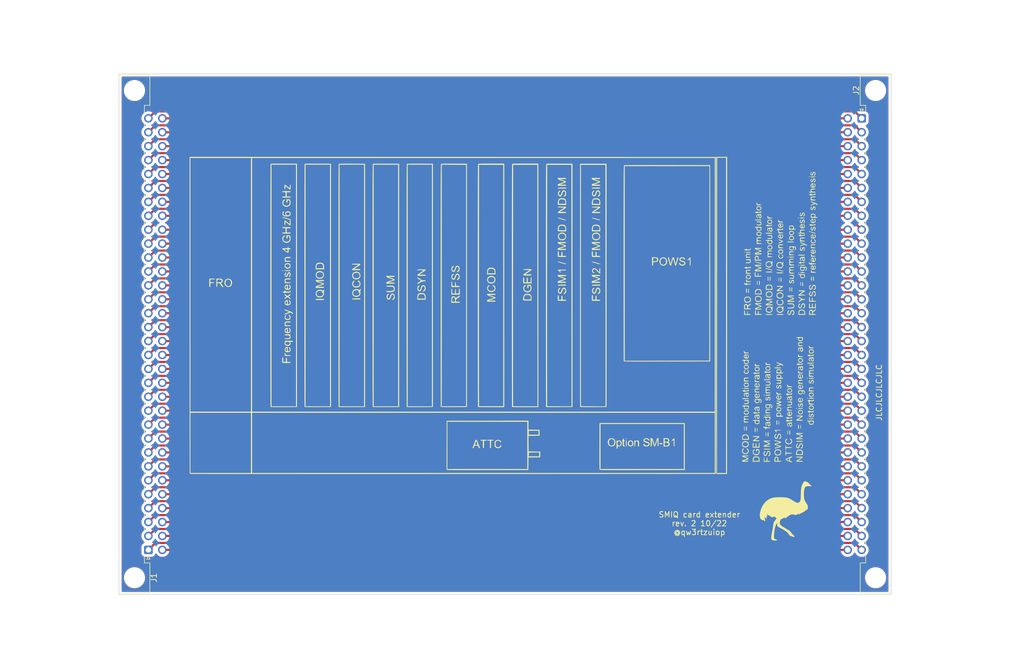
<source format=kicad_pcb>
(kicad_pcb (version 20211014) (generator pcbnew)
  (title_block (comment 4 "AISLER Project ID: MOKLLQHM"))
  (layers (0 "F.Cu" signal) (31 "B.Cu" signal) (34 "B.Paste" user) (35 "F.Paste" user) (36 "B.SilkS" user "B.Silkscreen") (37 "F.SilkS" user "F.Silkscreen") (38 "B.Mask" user) (39 "F.Mask" user) (44 "Edge.Cuts" user))
  (net 0 "")
  (net 1 "Net-(J2-Pada32)")
  (net 2 "Net-(J2-Pada31)")
  (net 3 "Net-(J1-Pada3)")
  (net 4 "Net-(J2-Pada29)")
  (net 5 "Net-(J1-Pada5)")
  (net 6 "Net-(J1-Pada6)")
  (net 7 "Net-(J1-Pada7)")
  (net 8 "Net-(J1-Pada8)")
  (net 9 "Net-(J1-Pada9)")
  (net 10 "Net-(J1-Pada10)")
  (net 11 "Net-(J1-Pada11)")
  (net 12 "Net-(J1-Pada12)")
  (net 13 "Net-(J1-Pada13)")
  (net 14 "Net-(J1-Pada14)")
  (net 15 "Net-(J1-Pada15)")
  (net 16 "Net-(J1-Pada16)")
  (net 17 "Net-(J2-Pada16)")
  (net 18 "Net-(J2-Pada15)")
  (net 19 "Net-(J2-Pada14)")
  (net 20 "Net-(J2-Pada13)")
  (net 21 "Net-(J2-Pada12)")
  (net 22 "Net-(J2-Pada11)")
  (net 23 "Net-(J2-Pada10)")
  (net 24 "Net-(J2-Pada9)")
  (net 25 "Net-(J2-Pada8)")
  (net 26 "Net-(J2-Pada7)")
  (net 27 "Net-(J2-Pada6)")
  (net 28 "Net-(J2-Pada5)")
  (net 29 "Net-(J2-Pada4)")
  (net 30 "Net-(J2-Pada3)")
  (net 31 "Net-(J2-Pada2)")
  (net 32 "Net-(J2-Pada1)")
  (net 33 "Net-(J1-Padb1)")
  (net 34 "Net-(J1-Padb2)")
  (net 35 "Net-(J1-Padb3)")
  (net 36 "Net-(J1-Padb4)")
  (net 37 "Net-(J1-Padb5)")
  (net 38 "Net-(J1-Padb6)")
  (net 39 "Net-(J1-Padb7)")
  (net 40 "Net-(J1-Padb8)")
  (net 41 "Net-(J1-Padb9)")
  (net 42 "Net-(J1-Padb10)")
  (net 43 "Net-(J1-Padb11)")
  (net 44 "Net-(J1-Padb12)")
  (net 45 "Net-(J1-Padb13)")
  (net 46 "Net-(J1-Padb14)")
  (net 47 "Net-(J2-Padb18)")
  (net 48 "Net-(J2-Padb17)")
  (net 49 "Net-(J2-Padb16)")
  (net 50 "Net-(J2-Padb15)")
  (net 51 "Net-(J2-Padb14)")
  (net 52 "Net-(J2-Padb13)")
  (net 53 "Net-(J2-Padb12)")
  (net 54 "Net-(J2-Padb11)")
  (net 55 "Net-(J2-Padb10)")
  (net 56 "Net-(J2-Padb9)")
  (net 57 "Net-(J2-Padb8)")
  (net 58 "Net-(J2-Padb7)")
  (net 59 "Net-(J2-Padb6)")
  (net 60 "Net-(J2-Padb5)")
  (net 61 "Net-(J2-Padb4)")
  (net 62 "Net-(J2-Padb3)")
  (net 63 "Net-(J2-Padb2)")
  (net 64 "Net-(J2-Padb1)")
  (footprint "Connector_DIN:DIN41612_B_2x32_Male_Horizontal_THT" (layer "F.Cu") (at 195.447 72.136 -90)
    (fp_text reference "J2" (at -5.08 1 90) (layer "F.SilkS"))
    (fp_text value "DIN41612_02x32_AB")
    (pad "" np_thru_hole circle (at -5.08 -2.54 270) (size 2.85 2.85) (drill 2.85) (layers *.Cu *.Mask))
    (pad "" np_thru_hole circle (at 83.82 -2.54 270) (size 2.85 2.85) (drill 2.85) (layers *.Cu *.Mask))
    (pad "a1" thru_hole roundrect (at 0 0 270) (size 1.55 1.55) (drill 1) (layers *.Cu *.Mask) (roundrect_rratio 0.1612896774) (net 32 "Net-(J2-Pada1)"))
    (pad "a2" thru_hole circle (at 2.54 0 270) (size 1.55 1.55) (drill 1) (layers *.Cu *.Mask) (net 31 "Net-(J2-Pada2)"))
    (pad "a3" thru_hole circle (at 5.08 0 270) (size 1.55 1.55) (drill 1) (layers *.Cu *.Mask) (net 30 "Net-(J2-Pada3)"))
    (pad "a4" thru_hole circle (at 7.62 0 270) (size 1.55 1.55) (drill 1) (layers *.Cu *.Mask) (net 29 "Net-(J2-Pada4)"))
    (pad "a5" thru_hole circle (at 10.16 0 270) (size 1.55 1.55) (drill 1) (layers *.Cu *.Mask) (net 28 "Net-(J2-Pada5)"))
    (pad "a6" thru_hole circle (at 12.7 0 270) (size 1.55 1.55) (drill 1) (layers *.Cu *.Mask) (net 27 "Net-(J2-Pada6)"))
    (pad "a7" thru_hole circle (at 15.24 0 270) (size 1.55 1.55) (drill 1) (layers *.Cu *.Mask) (net 26 "Net-(J2-Pada7)"))
    (pad "a8" thru_hole circle (at 17.78 0 270) (size 1.55 1.55) (drill 1) (layers *.Cu *.Mask) (net 25 "Net-(J2-Pada8)"))
    (pad "a9" thru_hole circle (at 20.32 0 270) (size 1.55 1.55) (drill 1) (layers *.Cu *.Mask) (net 24 "Net-(J2-Pada9)"))
    (pad "a10" thru_hole circle (at 22.86 0 270) (size 1.55 1.55) (drill 1) (layers *.Cu *.Mask) (net 23 "Net-(J2-Pada10)"))
    (pad "a11" thru_hole circle (at 25.4 0 270) (size 1.55 1.55) (drill 1) (layers *.Cu *.Mask) (net 22 "Net-(J2-Pada11)"))
    (pad "a12" thru_hole circle (at 27.94 0 270) (size 1.55 1.55) (drill 1) (layers *.Cu *.Mask) (net 21 "Net-(J2-Pada12)"))
    (pad "a13" thru_hole circle (at 30.48 0 270) (size 1.55 1.55) (drill 1) (layers *.Cu *.Mask) (net 20 "Net-(J2-Pada13)"))
    (pad "a14" thru_hole circle (at 33.02 0 270) (size 1.55 1.55) (drill 1) (layers *.Cu *.Mask) (net 19 "Net-(J2-Pada14)"))
    (pad "a15" thru_hole circle (at 35.56 0 270) (size 1.55 1.55) (drill 1) (layers *.Cu *.Mask) (net 18 "Net-(J2-Pada15)"))
    (pad "a16" thru_hole circle (at 38.1 0 270) (size 1.55 1.55) (drill 1) (layers *.Cu *.Mask) (net 17 "Net-(J2-Pada16)"))
    (pad "a17" thru_hole circle (at 40.64 0 270) (size 1.55 1.55) (drill 1) (layers *.Cu *.Mask) (net 16 "Net-(J1-Pada16)"))
    (pad "a18" thru_hole circle (at 43.18 0 270) (size 1.55 1.55) (drill 1) (layers *.Cu *.Mask) (net 15 "Net-(J1-Pada15)"))
    (pad "a19" thru_hole circle (at 45.72 0 270) (size 1.55 1.55) (drill 1) (layers *.Cu *.Mask) (net 14 "Net-(J1-Pada14)"))
    (pad "a20" thru_hole circle (at 48.26 0 270) (size 1.55 1.55) (drill 1) (layers *.Cu *.Mask) (net 13 "Net-(J1-Pada13)"))
    (pad "a21" thru_hole circle (at 50.8 0 270) (size 1.55 1.55) (drill 1) (layers *.Cu *.Mask) (net 12 "Net-(J1-Pada12)"))
    (pad "a22" thru_hole circle (at 53.34 0 270) (size 1.55 1.55) (drill 1) (layers *.Cu *.Mask) (net 11 "Net-(J1-Pada11)"))
    (pad "a23" thru_hole circle (at 55.88 0 270) (size 1.55 1.55) (drill 1) (layers *.Cu *.Mask) (net 10 "Net-(J1-Pada10)"))
    (pad "a24" thru_hole circle (at 58.42 0 270) (size 1.55 1.55) (drill 1) (layers *.Cu *.Mask) (net 9 "Net-(J1-Pada9)"))
    (pad "a25" thru_hole circle (at 60.96 0 270) (size 1.55 1.55) (drill 1) (layers *.Cu *.Mask) (net 8 "Net-(J1-Pada8)"))
    (pad "a26" thru_hole circle (at 63.5 0 270) (size 1.55 1.55) (drill 1) (layers *.Cu *.Mask) (net 7 "Net-(J1-Pada7)"))
    (pad "a27" thru_hole circle (at 66.04 0 270) (size 1.55 1.55) (drill 1) (layers *.Cu *.Mask) (net 6 "Net-(J1-Pada6)"))
    (pad "a28" thru_hole circle (at 68.58 0 270) (size 1.55 1.55) (drill 1) (layers *.Cu *.Mask) (net 5 "Net-(J1-Pada5)"))
    (pad "a29" thru_hole circle (at 71.12 0 270) (size 1.55 1.55) (drill 1) (layers *.Cu *.Mask) (net 4 "Net-(J2-Pada29)"))
    (pad "a30" thru_hole circle (at 73.66 0 270) (size 1.55 1.55) (drill 1) (layers *.Cu *.Mask) (net 3 "Net-(J1-Pada3)"))
    (pad "a31" thru_hole circle (at 76.2 0 270) (size 1.55 1.55) (drill 1) (layers *.Cu *.Mask) (net 2 "Net-(J2-Pada31)"))
    (pad "a32" thru_hole circle (at 78.74 0 270) (size 1.55 1.55) (drill 1) (layers *.Cu *.Mask) (net 1 "Net-(J2-Pada32)"))
    (pad "b1" thru_hole circle (at 0 2.54 270) (size 1.55 1.55) (drill 1) (layers *.Cu *.Mask) (net 64 "Net-(J2-Padb1)"))
    (pad "b2" thru_hole circle (at 2.54 2.54 270) (size 1.55 1.55) (drill 1) (layers *.Cu *.Mask) (net 63 "Net-(J2-Padb2)"))
    (pad "b3" thru_hole circle (at 5.08 2.54 270) (size 1.55 1.55) (drill 1) (layers *.Cu *.Mask) (net 62 "Net-(J2-Padb3)"))
    (pad "b4" thru_hole circle (at 7.62 2.54 270) (size 1.55 1.55) (drill 1) (layers *.Cu *.Mask) (net 61 "Net-(J2-Padb4)"))
    (pad "b5" thru_hole circle (at 10.16 2.54 270) (size 1.55 1.55) (drill 1) (layers *.Cu *.Mask) (net 60 "Net-(J2-Padb5)"))
    (pad "b6" thru_hole circle (at 12.7 2.54 270) (size 1.55 1.55) (drill 1) (layers *.Cu *.Mask) (net 59 "Net-(J2-Padb6)"))
    (pad "b7" thru_hole circle (at 15.24 2.54 270) (size 1.55 1.55) (drill 1) (layers *.Cu *.Mask) (net 58 "Net-(J2-Padb7)"))
    (pad "b8" thru_hole circle (at 17.78 2.54 270) (size 1.55 1.55) (drill 1) (layers *.Cu *.Mask) (net 57 "Net-(J2-Padb8)"))
    (pad "b9" thru_hole circle (at 20.32 2.54 270) (size 1.55 1.55) (drill 1) (layers *.Cu *.Mask) (net 56 "Net-(J2-Padb9)"))
    (pad "b10" thru_hole circle (at 22.86 2.54 270) (size 1.55 1.55) (drill 1) (layers *.Cu *.Mask) (net 55 "Net-(J2-Padb10)"))
    (pad "b11" thru_hole circle (at 25.4 2.54 270) (size 1.55 1.55) (drill 1) (layers *.Cu *.Mask) (net 54 "Net-(J2-Padb11)"))
    (pad "b12" thru_hole circle (at 27.94 2.54 270) (size 1.55 1.55) (drill 1) (layers *.Cu *.Mask) (net 53 "Net-(J2-Padb12)"))
    (pad "b13" thru_hole circle (at 30.48 2.54 270) (size 1.55 1.55) (drill 1) (layers *.Cu *.Mask) (net 52 "Net-(J2-Padb13)"))
    (pad "b14" thru_hole circle (at 33.02 2.54 270) (size 1.55 1.55) (drill 1) (layers *.Cu *.Mask) (net 51 "Net-(J2-Padb14)"))
    (pad "b15" thru_hole circle (at 35.56 2.54 270) (size 1.55 1.55) (drill 1) (layers *.Cu *.Mask) (net 50 "Net-(J2-Padb15)"))
    (pad "b16" thru_hole circle (at 38.1 2.54 270) (size 1.55 1.55) (drill 1) (layers *.Cu *.Mask) (net 49 "Net-(J2-Padb16)"))
    (pad "b17" thru_hole circle (at 40.64 2.54 270) (size 1.55 1.55) (drill 1) (layers *.Cu *.Mask) (net 48 "Net-(J2-Padb17)"))
    (pad "b18" thru_hole circle (at 43.18 2.54 270) (size 1.55 1.55) (drill 1) (layers *.Cu *.Mask) (net 47 "Net-(J2-Padb18)"))
    (pad "b19" thru_hole circle (at 45.72 2.54 270) (size 1.55 1.55) (drill 1) (layers *.Cu *.Mask) (net 46 "Net-(J1-Padb14)"))
    (pad "b20" thru_hole circle (at 48.26 2.54 270) (size 1.55 1.55) (drill 1) (layers *.Cu *.Mask) (net 45 "Net-(J1-Padb13)"))
    (pad "b21" thru_hole circle (at 50.8 2.54 270) (size 1.55 1.55) (drill 1) (layers *.Cu *.Mask) (net 44 "Net-(J1-Padb12)"))
    (pad "b22" thru_hole circle (at 53.34 2.54 270) (size 1.55 1.55) (drill 1) (layers *.Cu *.Mask) (net 43 "Net-(J1-Padb11)"))
    (pad "b23" thru_hole circle (at 55.88 2.54 270) (size 1.55 1.55) (drill 1) (layers *.Cu *.Mask) (net 42 "Net-(J1-Padb10)"))
    (pad "b24" thru_hole circle (at 58.42 2.54 270) (size 1.55 1.55) (drill 1) (layers *.Cu *.Mask) (net 41 "Net-(J1-Padb9)"))
    (pad "b25" thru_hole circle (at 60.96 2.54 270) (size 1.55 1.55) (drill 1) (layers *.Cu *.Mask) (net 40 "Net-(J1-Padb8)"))
    (pad "b26" thru_hole circle (at 63.5 2.54 270) (size 1.55 1.55) (drill 1) (layers *.Cu *.Mask) (net 39 "Net-(J1-Padb7)"))
    (pad "b27" thru_hole circle (at 66.04 2.54 270) (size 1.55 1.55) (drill 1) (layers *.Cu *.Mask) (net 38 "Net-(J1-Padb6)"))
    (pad "b28" thru_hole circle (at 68.58 2.54 270) (size 1.55 1.55) (drill 1) (layers *.Cu *.Mask) (net 37 "Net-(J1-Padb5)"))
    (pad "b29" thru_hole circle (at 71.12 2.54 270) (size 1.55 1.55) (drill 1) (layers *.Cu *.Mask) (net 36 "Net-(J1-Padb4)"))
    (pad "b30" thru_hole circle (at 73.66 2.54 270) (size 1.55 1.55) (drill 1) (layers *.Cu *.Mask) (net 35 "Net-(J1-Padb3)"))
    (pad "b31" thru_hole circle (at 76.2 2.54 270) (size 1.55 1.55) (drill 1) (layers *.Cu *.Mask) (net 34 "Net-(J1-Padb2)"))
    (pad "b32" thru_hole circle (at 78.74 2.54 270) (size 1.55 1.55) (drill 1) (layers *.Cu *.Mask) (net 33 "Net-(J1-Padb1)"))
  )
  (footprint "LOGO" (layer "F.Cu") (at 181.61 143.764)
    (fp_text reference "G***" (at 0 0) (layer "F.SilkS") (effects (font (size 1.524 1.524) (thickness 0.3))))
    (fp_text value "LOGO" hide)
  )
  (footprint "LOGO" (layer "F.Cu") (at 131.826 107.95)
    (fp_text reference "G***" hide)
    (fp_text value "LOGO" hide)
  )
  (footprint "Connector_DIN:DIN41612_B_2x32_Male_Horizontal_THT" (layer "F.Cu") (at 65.411 150.876 90)
    (fp_text reference "J1" (at -5.08 1 90) (layer "F.SilkS"))
    (fp_text value "DIN41612_02x32_AB")
    (pad "" np_thru_hole circle (at 83.82 -2.54 90) (size 2.85 2.85) (drill 2.85) (layers *.Cu *.Mask))
    (pad "" np_thru_hole circle (at -5.08 -2.54 90) (size 2.85 2.85) (drill 2.85) (layers *.Cu *.Mask))
    (pad "a1" thru_hole roundrect (at 0 0 90) (size 1.55 1.55) (drill 1) (layers *.Cu *.Mask) (roundrect_rratio 0.1612896774) (net 1 "Net-(J2-Pada32)"))
    (pad "a2" thru_hole circle (at 2.54 0 90) (size 1.55 1.55) (drill 1) (layers *.Cu *.Mask) (net 2 "Net-(J2-Pada31)"))
    (pad "a3" thru_hole circle (at 5.08 0 90) (size 1.55 1.55) (drill 1) (layers *.Cu *.Mask) (net 3 "Net-(J1-Pada3)"))
    (pad "a4" thru_hole circle (at 7.62 0 90) (size 1.55 1.55) (drill 1) (layers *.Cu *.Mask) (net 4 "Net-(J2-Pada29)"))
    (pad "a5" thru_hole circle (at 10.16 0 90) (size 1.55 1.55) (drill 1) (layers *.Cu *.Mask) (net 5 "Net-(J1-Pada5)"))
    (pad "a6" thru_hole circle (at 12.7 0 90) (size 1.55 1.55) (drill 1) (layers *.Cu *.Mask) (net 6 "Net-(J1-Pada6)"))
    (pad "a7" thru_hole circle (at 15.24 0 90) (size 1.55 1.55) (drill 1) (layers *.Cu *.Mask) (net 7 "Net-(J1-Pada7)"))
    (pad "a8" thru_hole circle (at 17.78 0 90) (size 1.55 1.55) (drill 1) (layers *.Cu *.Mask) (net 8 "Net-(J1-Pada8)"))
    (pad "a9" thru_hole circle (at 20.32 0 90) (size 1.55 1.55) (drill 1) (layers *.Cu *.Mask) (net 9 "Net-(J1-Pada9)"))
    (pad "a10" thru_hole circle (at 22.86 0 90) (size 1.55 1.55) (drill 1) (layers *.Cu *.Mask) (net 10 "Net-(J1-Pada10)"))
    (pad "a11" thru_hole circle (at 25.4 0 90) (size 1.55 1.55) (drill 1) (layers *.Cu *.Mask) (net 11 "Net-(J1-Pada11)"))
    (pad "a12" thru_hole circle (at 27.94 0 90) (size 1.55 1.55) (drill 1) (layers *.Cu *.Mask) (net 12 "Net-(J1-Pada12)"))
    (pad "a13" thru_hole circle (at 30.48 0 90) (size 1.55 1.55) (drill 1) (layers *.Cu *.Mask) (net 13 "Net-(J1-Pada13)"))
    (pad "a14" thru_hole circle (at 33.02 0 90) (size 1.55 1.55) (drill 1) (layers *.Cu *.Mask) (net 14 "Net-(J1-Pada14)"))
    (pad "a15" thru_hole circle (at 35.56 0 90) (size 1.55 1.55) (drill 1) (layers *.Cu *.Mask) (net 15 "Net-(J1-Pada15)"))
    (pad "a16" thru_hole circle (at 38.1 0 90) (size 1.55 1.55) (drill 1) (layers *.Cu *.Mask) (net 16 "Net-(J1-Pada16)"))
    (pad "a17" thru_hole circle (at 40.64 0 90) (size 1.55 1.55) (drill 1) (layers *.Cu *.Mask) (net 17 "Net-(J2-Pada16)"))
    (pad "a18" thru_hole circle (at 43.18 0 90) (size 1.55 1.55) (drill 1) (layers *.Cu *.Mask) (net 18 "Net-(J2-Pada15)"))
    (pad "a19" thru_hole circle (at 45.72 0 90) (size 1.55 1.55) (drill 1) (layers *.Cu *.Mask) (net 19 "Net-(J2-Pada14)"))
    (pad "a20" thru_hole circle (at 48.26 0 90) (size 1.55 1.55) (drill 1) (layers *.Cu *.Mask) (net 20 "Net-(J2-Pada13)"))
    (pad "a21" thru_hole circle (at 50.8 0 90) (size 1.55 1.55) (drill 1) (layers *.Cu *.Mask) (net 21 "Net-(J2-Pada12)"))
    (pad "a22" thru_hole circle (at 53.34 0 90) (size 1.55 1.55) (drill 1) (layers *.Cu *.Mask) (net 22 "Net-(J2-Pada11)"))
    (pad "a23" thru_hole circle (at 55.88 0 90) (size 1.55 1.55) (drill 1) (layers *.Cu *.Mask) (net 23 "Net-(J2-Pada10)"))
    (pad "a24" thru_hole circle (at 58.42 0 90) (size 1.55 1.55) (drill 1) (layers *.Cu *.Mask) (net 24 "Net-(J2-Pada9)"))
    (pad "a25" thru_hole circle (at 60.96 0 90) (size 1.55 1.55) (drill 1) (layers *.Cu *.Mask) (net 25 "Net-(J2-Pada8)"))
    (pad "a26" thru_hole circle (at 63.5 0 90) (size 1.55 1.55) (drill 1) (layers *.Cu *.Mask) (net 26 "Net-(J2-Pada7)"))
    (pad "a27" thru_hole circle (at 66.04 0 90) (size 1.55 1.55) (drill 1) (layers *.Cu *.Mask) (net 27 "Net-(J2-Pada6)"))
    (pad "a28" thru_hole circle (at 68.58 0 90) (size 1.55 1.55) (drill 1) (layers *.Cu *.Mask) (net 28 "Net-(J2-Pada5)"))
    (pad "a29" thru_hole circle (at 71.12 0 90) (size 1.55 1.55) (drill 1) (layers *.Cu *.Mask) (net 29 "Net-(J2-Pada4)"))
    (pad "a30" thru_hole circle (at 73.66 0 90) (size 1.55 1.55) (drill 1) (layers *.Cu *.Mask) (net 30 "Net-(J2-Pada3)"))
    (pad "a31" thru_hole circle (at 76.2 0 90) (size 1.55 1.55) (drill 1) (layers *.Cu *.Mask) (net 31 "Net-(J2-Pada2)"))
    (pad "a32" thru_hole circle (at 78.74 0 90) (size 1.55 1.55) (drill 1) (layers *.Cu *.Mask) (net 32 "Net-(J2-Pada1)"))
    (pad "b1" thru_hole circle (at 0 2.54 90) (size 1.55 1.55) (drill 1) (layers *.Cu *.Mask) (net 33 "Net-(J1-Padb1)"))
    (pad "b2" thru_hole circle (at 2.54 2.54 90) (size 1.55 1.55) (drill 1) (layers *.Cu *.Mask) (net 34 "Net-(J1-Padb2)"))
    (pad "b3" thru_hole circle (at 5.08 2.54 90) (size 1.55 1.55) (drill 1) (layers *.Cu *.Mask) (net 35 "Net-(J1-Padb3)"))
    (pad "b4" thru_hole circle (at 7.62 2.54 90) (size 1.55 1.55) (drill 1) (layers *.Cu *.Mask) (net 36 "Net-(J1-Padb4)"))
    (pad "b5" thru_hole circle (at 10.16 2.54 90) (size 1.55 1.55) (drill 1) (layers *.Cu *.Mask) (net 37 "Net-(J1-Padb5)"))
    (pad "b6" thru_hole circle (at 12.7 2.54 90) (size 1.55 1.55) (drill 1) (layers *.Cu *.Mask) (net 38 "Net-(J1-Padb6)"))
    (pad "b7" thru_hole circle (at 15.24 2.54 90) (size 1.55 1.55) (drill 1) (layers *.Cu *.Mask) (net 39 "Net-(J1-Padb7)"))
    (pad "b8" thru_hole circle (at 17.78 2.54 90) (size 1.55 1.55) (drill 1) (layers *.Cu *.Mask) (net 40 "Net-(J1-Padb8)"))
    (pad "b9" thru_hole circle (at 20.32 2.54 90) (size 1.55 1.55) (drill 1) (layers *.Cu *.Mask) (net 41 "Net-(J1-Padb9)"))
    (pad "b10" thru_hole circle (at 22.86 2.54 90) (size 1.55 1.55) (drill 1) (layers *.Cu *.Mask) (net 42 "Net-(J1-Padb10)"))
    (pad "b11" thru_hole circle (at 25.4 2.54 90) (size 1.55 1.55) (drill 1) (layers *.Cu *.Mask) (net 43 "Net-(J1-Padb11)"))
    (pad "b12" thru_hole circle (at 27.94 2.54 90) (size 1.55 1.55) (drill 1) (layers *.Cu *.Mask) (net 44 "Net-(J1-Padb12)"))
    (pad "b13" thru_hole circle (at 30.48 2.54 90) (size 1.55 1.55) (drill 1) (layers *.Cu *.Mask) (net 45 "Net-(J1-Padb13)"))
    (pad "b14" thru_hole circle (at 33.02 2.54 90) (size 1.55 1.55) (drill 1) (layers *.Cu *.Mask) (net 46 "Net-(J1-Padb14)"))
    (pad "b15" thru_hole circle (at 35.56 2.54 90) (size 1.55 1.55) (drill 1) (layers *.Cu *.Mask) (net 47 "Net-(J2-Padb18)"))
    (pad "b16" thru_hole circle (at 38.1 2.54 90) (size 1.55 1.55) (drill 1) (layers *.Cu *.Mask) (net 48 "Net-(J2-Padb17)"))
    (pad "b17" thru_hole circle (at 40.64 2.54 90) (size 1.55 1.55) (drill 1) (layers *.Cu *.Mask) (net 49 "Net-(J2-Padb16)"))
    (pad "b18" thru_hole circle (at 43.18 2.54 90) (size 1.55 1.55) (drill 1) (layers *.Cu *.Mask) (net 50 "Net-(J2-Padb15)"))
    (pad "b19" thru_hole circle (at 45.72 2.54 90) (size 1.55 1.55) (drill 1) (layers *.Cu *.Mask) (net 51 "Net-(J2-Padb14)"))
    (pad "b20" thru_hole circle (at 48.26 2.54 90) (size 1.55 1.55) (drill 1) (layers *.Cu *.Mask) (net 52 "Net-(J2-Padb13)"))
    (pad "b21" thru_hole circle (at 50.8 2.54 90) (size 1.55 1.55) (drill 1) (layers *.Cu *.Mask) (net 53 "Net-(J2-Padb12)"))
    (pad "b22" thru_hole circle (at 53.34 2.54 90) (size 1.55 1.55) (drill 1) (layers *.Cu *.Mask) (net 54 "Net-(J2-Padb11)"))
    (pad "b23" thru_hole circle (at 55.88 2.54 90) (size 1.55 1.55) (drill 1) (layers *.Cu *.Mask) (net 55 "Net-(J2-Padb10)"))
    (pad "b24" thru_hole circle (at 58.42 2.54 90) (size 1.55 1.55) (drill 1) (layers *.Cu *.Mask) (net 56 "Net-(J2-Padb9)"))
    (pad "b25" thru_hole circle (at 60.96 2.54 90) (size 1.55 1.55) (drill 1) (layers *.Cu *.Mask) (net 57 "Net-(J2-Padb8)"))
    (pad "b26" thru_hole circle (at 63.5 2.54 90) (size 1.55 1.55) (drill 1) (layers *.Cu *.Mask) (net 58 "Net-(J2-Padb7)"))
    (pad "b27" thru_hole circle (at 66.04 2.54 90) (size 1.55 1.55) (drill 1) (layers *.Cu *.Mask) (net 59 "Net-(J2-Padb6)"))
    (pad "b28" thru_hole circle (at 68.58 2.54 90) (size 1.55 1.55) (drill 1) (layers *.Cu *.Mask) (net 60 "Net-(J2-Padb5)"))
    (pad "b29" thru_hole circle (at 71.12 2.54 90) (size 1.55 1.55) (drill 1) (layers *.Cu *.Mask) (net 61 "Net-(J2-Padb4)"))
    (pad "b30" thru_hole circle (at 73.66 2.54 90) (size 1.55 1.55) (drill 1) (layers *.Cu *.Mask) (net 62 "Net-(J2-Padb3)"))
    (pad "b31" thru_hole circle (at 76.2 2.54 90) (size 1.55 1.55) (drill 1) (layers *.Cu *.Mask) (net 63 "Net-(J2-Padb2)"))
    (pad "b32" thru_hole circle (at 78.74 2.54 90) (size 1.55 1.55) (drill 1) (layers *.Cu *.Mask) (net 64 "Net-(J2-Padb1)"))
  )
  (gr_rect (start 200.82 159.025) (end 60.038 64.008) (layer "Edge.Cuts") (width 0.1) (fill none))
  (gr_text "SMIQ card extender\nrev. 2 10/22\n@qw3rtzuiop" (at 165.862 146.05) (layer "F.SilkS") (effects (font (size 1 1))))
  (gr_text "JLCJLCJLCJLC" (at 198.628 122.174 90) (layer "F.SilkS") (effects (font (size 1 1))))
  (segment (start 66.510511 149.776489) (end 66.681 149.606) (width 0.4) (layer "F.Cu") (net 1))
  (segment (start 194.177 149.606) (end 194.347489 149.776489) (width 0.4) (layer "F.Cu") (net 1))
  (segment (start 66.681 149.606) (end 194.177 149.606) (width 0.4) (layer "F.Cu") (net 1))
  (segment (start 194.347489 149.776489) (end 195.447 150.876) (width 0.4) (layer "F.Cu") (net 1))
  (segment (start 65.411 150.876) (end 66.510511 149.776489) (width 0.4) (layer "F.Cu") (net 1))
  (segment (start 66.510511 147.236489) (end 65.411 148.336) (width 0.4) (layer "F.Cu") (net 2))
  (segment (start 194.347489 147.236489) (end 194.177 147.066) (width 0.4) (layer "F.Cu") (net 2))
  (segment (start 194.177 147.066) (end 66.681 147.066) (width 0.4) (layer "F.Cu") (net 2))
  (segment (start 66.681 147.066) (end 66.510511 147.236489) (width 0.4) (layer "F.Cu") (net 2))
  (segment (start 195.447 148.336) (end 194.347489 147.236489) (width 0.4) (layer "F.Cu") (net 2))
  (segment (start 194.177 144.526) (end 194.347489 144.696489) (width 0.4) (layer "F.Cu") (net 3))
  (segment (start 66.681 144.526) (end 194.177 144.526) (width 0.4) (layer "F.Cu") (net 3))
  (segment (start 65.411 145.796) (end 66.510511 144.696489) (width 0.4) (layer "F.Cu") (net 3))
  (segment (start 66.510511 144.696489) (end 66.681 144.526) (width 0.4) (layer "F.Cu") (net 3))
  (segment (start 194.347489 144.696489) (end 195.447 145.796) (width 0.4) (layer "F.Cu") (net 3))
  (segment (start 194.347489 142.156489) (end 194.177 141.986) (width 0.4) (layer "F.Cu") (net 4))
  (segment (start 66.681 141.986) (end 66.510511 142.156489) (width 0.4) (layer "F.Cu") (net 4))
  (segment (start 195.447 143.256) (end 194.347489 142.156489) (width 0.4) (layer "F.Cu") (net 4))
  (segment (start 194.177 141.986) (end 66.681 141.986) (width 0.4) (layer "F.Cu") (net 4))
  (segment (start 66.510511 142.156489) (end 65.411 143.256) (width 0.4) (layer "F.Cu") (net 4))
  (segment (start 66.681 139.446) (end 194.177 139.446) (width 0.4) (layer "F.Cu") (net 5))
  (segment (start 65.411 140.716) (end 66.510511 139.616489) (width 0.4) (layer "F.Cu") (net 5))
  (segment (start 194.347489 139.616489) (end 195.447 140.716) (width 0.4) (layer "F.Cu") (net 5))
  (segment (start 194.177 139.446) (end 194.347489 139.616489) (width 0.4) (layer "F.Cu") (net 5))
  (segment (start 66.510511 139.616489) (end 66.681 139.446) (width 0.4) (layer "F.Cu") (net 5))
  (segment (start 194.347489 137.076489) (end 194.177 136.906) (width 0.4) (layer "F.Cu") (net 6))
  (segment (start 195.447 138.176) (end 194.347489 137.076489) (width 0.4) (layer "F.Cu") (net 6))
  (segment (start 66.681 136.906) (end 66.510511 137.076489) (width 0.4) (layer "F.Cu") (net 6))
  (segment (start 66.510511 137.076489) (end 65.411 138.176) (width 0.4) (layer "F.Cu") (net 6))
  (segment (start 194.177 136.906) (end 66.681 136.906) (width 0.4) (layer "F.Cu") (net 6))
  (segment (start 194.347489 134.536489) (end 195.447 135.636) (width 0.4) (layer "F.Cu") (net 7))
  (segment (start 66.510511 134.536489) (end 66.681 134.366) (width 0.4) (layer "F.Cu") (net 7))
  (segment (start 65.411 135.636) (end 66.510511 134.536489) (width 0.4) (layer "F.Cu") (net 7))
  (segment (start 194.177 134.366) (end 194.347489 134.536489) (width 0.4) (layer "F.Cu") (net 7))
  (segment (start 66.681 134.366) (end 194.177 134.366) (width 0.4) (layer "F.Cu") (net 7))
  (segment (start 66.510511 131.996489) (end 65.411 133.096) (width 0.4) (layer "F.Cu") (net 8))
  (segment (start 195.447 133.096) (end 194.347489 131.996489) (width 0.4) (layer "F.Cu") (net 8))
  (segment (start 194.347489 131.996489) (end 194.177 131.826) (width 0.4) (layer "F.Cu") (net 8))
  (segment (start 66.681 131.826) (end 66.510511 131.996489) (width 0.4) (layer "F.Cu") (net 8))
  (segment (start 194.177 131.826) (end 66.681 131.826) (width 0.4) (layer "F.Cu") (net 8))
  (segment (start 66.510511 129.456489) (end 66.681 129.286) (width 0.4) (layer "F.Cu") (net 9))
  (segment (start 66.681 129.286) (end 194.177 129.286) (width 0.4) (layer "F.Cu") (net 9))
  (segment (start 194.177 129.286) (end 194.347489 129.456489) (width 0.4) (layer "F.Cu") (net 9))
  (segment (start 194.347489 129.456489) (end 195.447 130.556) (width 0.4) (layer "F.Cu") (net 9))
  (segment (start 65.411 130.556) (end 66.510511 129.456489) (width 0.4) (layer "F.Cu") (net 9))
  (segment (start 194.177 126.746) (end 66.681 126.746) (width 0.4) (layer "F.Cu") (net 10))
  (segment (start 194.347489 126.916489) (end 194.177 126.746) (width 0.4) (layer "F.Cu") (net 10))
  (segment (start 66.681 126.746) (end 66.510511 126.916489) (width 0.4) (layer "F.Cu") (net 10))
  (segment (start 66.510511 126.916489) (end 65.411 128.016) (width 0.4) (layer "F.Cu") (net 10))
  (segment (start 195.447 128.016) (end 194.347489 126.916489) (width 0.4) (layer "F.Cu") (net 10))
  (segment (start 194.177 124.206) (end 194.347489 124.376489) (width 0.4) (layer "F.Cu") (net 11))
  (segment (start 66.510511 124.376489) (end 66.681 124.206) (width 0.4) (layer "F.Cu") (net 11))
  (segment (start 66.681 124.206) (end 194.177 124.206) (width 0.4) (layer "F.Cu") (net 11))
  (segment (start 65.411 125.476) (end 66.510511 124.376489) (width 0.4) (layer "F.Cu") (net 11))
  (segment (start 194.347489 124.376489) (end 195.447 125.476) (width 0.4) (layer "F.Cu") (net 11))
  (segment (start 66.681 121.666) (end 66.510511 121.836489) (width 0.4) (layer "F.Cu") (net 12))
  (segment (start 194.177 121.666) (end 66.681 121.666) (width 0.4) (layer "F.Cu") (net 12))
  (segment (start 195.447 122.936) (end 194.347489 121.836489) (width 0.4) (layer "F.Cu") (net 12))
  (segment (start 66.510511 121.836489) (end 65.411 122.936) (width 0.4) (layer "F.Cu") (net 12))
  (segment (start 194.347489 121.836489) (end 194.177 121.666) (width 0.4) (layer "F.Cu") (net 12))
  (segment (start 194.177 119.126) (end 194.347489 119.296489) (width 0.4) (layer "F.Cu") (net 13))
  (segment (start 65.411 120.396) (end 66.510511 119.296489) (width 0.4) (layer "F.Cu") (net 13))
  (segment (start 66.681 119.126) (end 194.177 119.126) (width 0.4) (layer "F.Cu") (net 13))
  (segment (start 66.510511 119.296489) (end 66.681 119.126) (width 0.4) (layer "F.Cu") (net 13))
  (segment (start 194.347489 119.296489) (end 195.447 120.396) (width 0.4) (layer "F.Cu") (net 13))
  (segment (start 194.347489 116.756489) (end 194.177 116.586) (width 0.4) (layer "F.Cu") (net 14))
  (segment (start 66.681 116.586) (end 66.510511 116.756489) (width 0.4) (layer "F.Cu") (net 14))
  (segment (start 195.447 117.856) (end 194.347489 116.756489) (width 0.4) (layer "F.Cu") (net 14))
  (segment (start 66.510511 116.756489) (end 65.411 117.856) (width 0.4) (layer "F.Cu") (net 14))
  (segment (start 194.177 116.586) (end 66.681 116.586) (width 0.4) (layer "F.Cu") (net 14))
  (segment (start 65.411 115.316) (end 66.510511 114.216489) (width 0.4) (layer "F.Cu") (net 15))
  (segment (start 66.681 114.046) (end 194.177 114.046) (width 0.4) (layer "F.Cu") (net 15))
  (segment (start 194.177 114.046) (end 194.347489 114.216489) (width 0.4) (layer "F.Cu") (net 15))
  (segment (start 66.510511 114.216489) (end 66.681 114.046) (width 0.4) (layer "F.Cu") (net 15))
  (segment (start 194.347489 114.216489) (end 195.447 115.316) (width 0.4) (layer "F.Cu") (net 15))
  (segment (start 66.681 111.506) (end 66.510511 111.676489) (width 0.4) (layer "F.Cu") (net 16))
  (segment (start 66.510511 111.676489) (end 65.411 112.776) (width 0.4) (layer "F.Cu") (net 16))
  (segment (start 194.177 111.506) (end 66.681 111.506) (width 0.4) (layer "F.Cu") (net 16))
  (segment (start 194.347489 111.676489) (end 194.177 111.506) (width 0.4) (layer "F.Cu") (net 16))
  (segment (start 195.447 112.776) (end 194.347489 111.676489) (width 0.4) (layer "F.Cu") (net 16))
  (segment (start 66.681 108.966) (end 66.510511 109.136489) (width 0.4) (layer "F.Cu") (net 17))
  (segment (start 194.177 108.966) (end 66.681 108.966) (width 0.4) (layer "F.Cu") (net 17))
  (segment (start 194.347489 109.136489) (end 194.177 108.966) (width 0.4) (layer "F.Cu") (net 17))
  (segment (start 66.510511 109.136489) (end 65.411 110.236) (width 0.4) (layer "F.Cu") (net 17))
  (segment (start 195.447 110.236) (end 194.347489 109.136489) (width 0.4) (layer "F.Cu") (net 17))
  (segment (start 65.411 107.696) (end 66.681 106.426) (width 0.4) (layer "F.Cu") (net 18))
  (segment (start 194.177 106.426) (end 195.447 107.696) (width 0.4) (layer "F.Cu") (net 18))
  (segment (start 66.681 106.426) (end 194.177 106.426) (width 0.4) (layer "F.Cu") (net 18))
  (segment (start 194.177 103.886) (end 66.681 103.886) (width 0.4) (layer "F.Cu") (net 19))
  (segment (start 195.447 105.156) (end 194.347489 104.056489) (width 0.4) (layer "F.Cu") (net 19))
  (segment (start 66.681 103.886) (end 66.510511 104.056489) (width 0.4) (layer "F.Cu") (net 19))
  (segment (start 66.510511 104.056489) (end 65.411 105.156) (width 0.4) (layer "F.Cu") (net 19))
  (segment (start 194.347489 104.056489) (end 194.177 103.886) (width 0.4) (layer "F.Cu") (net 19))
  (segment (start 194.347489 101.516489) (end 195.447 102.616) (width 0.4) (layer "F.Cu") (net 20))
  (segment (start 194.177 101.346) (end 194.347489 101.516489) (width 0.4) (layer "F.Cu") (net 20))
  (segment (start 66.510511 101.516489) (end 66.681 101.346) (width 0.4) (layer "F.Cu") (net 20))
  (segment (start 66.681 101.346) (end 194.177 101.346) (width 0.4) (layer "F.Cu") (net 20))
  (segment (start 65.411 102.616) (end 66.510511 101.516489) (width 0.4) (layer "F.Cu") (net 20))
  (segment (start 66.510511 98.976489) (end 65.411 100.076) (width 0.4) (layer "F.Cu") (net 21))
  (segment (start 66.681 98.806) (end 66.510511 98.976489) (width 0.4) (layer "F.Cu") (net 21))
  (segment (start 194.347489 98.976489) (end 194.177 98.806) (width 0.4) (layer "F.Cu") (net 21))
  (segment (start 194.177 98.806) (end 66.681 98.806) (width 0.4) (layer "F.Cu") (net 21))
  (segment (start 195.447 100.076) (end 194.347489 98.976489) (width 0.4) (layer "F.Cu") (net 21))
  (segment (start 65.411 97.536) (end 66.510511 96.436489) (width 0.4) (layer "F.Cu") (net 22))
  (segment (start 194.347489 96.436489) (end 195.447 97.536) (width 0.4) (layer "F.Cu") (net 22))
  (segment (start 66.510511 96.436489) (end 66.681 96.266) (width 0.4) (layer "F.Cu") (net 22))
  (segment (start 66.681 96.266) (end 194.177 96.266) (width 0.4) (layer "F.Cu") (net 22))
  (segment (start 194.177 96.266) (end 194.347489 96.436489) (width 0.4) (layer "F.Cu") (net 22))
  (segment (start 66.681 93.726) (end 66.510511 93.896489) (width 0.4) (layer "F.Cu") (net 23))
  (segment (start 66.510511 93.896489) (end 65.411 94.996) (width 0.4) (layer "F.Cu") (net 23))
  (segment (start 194.177 93.726) (end 66.681 93.726) (width 0.4) (layer "F.Cu") (net 23))
  (segment (start 194.347489 93.896489) (end 194.177 93.726) (width 0.4) (layer "F.Cu") (net 23))
  (segment (start 195.447 94.996) (end 194.347489 93.896489) (width 0.4) (layer "F.Cu") (net 23))
  (segment (start 194.347489 91.356489) (end 195.447 92.456) (width 0.4) (layer "F.Cu") (net 24))
  (segment (start 65.411 92.456) (end 66.510511 91.356489) (width 0.4) (layer "F.Cu") (net 24))
  (segment (start 66.510511 91.356489) (end 66.681 91.186) (width 0.4) (layer "F.Cu") (net 24))
  (segment (start 194.177 91.186) (end 194.347489 91.356489) (width 0.4) (layer "F.Cu") (net 24))
  (segment (start 66.510511 88.816489) (end 65.411 89.916) (width 0.4) (layer "F.Cu") (net 25))
  (segment (start 195.447 89.916) (end 194.347489 88.816489) (width 0.4) (layer "F.Cu") (net 25))
  (segment (start 66.681 88.646) (end 66.510511 88.816489) (width 0.4) (layer "F.Cu") (net 25))
  (segment (start 194.177 88.646) (end 66.681 88.646) (width 0.4) (layer "F.Cu") (net 25))
  (segment (start 194.347489 88.816489) (end 194.177 88.646) (width 0.4) (layer "F.Cu") (net 25))
  (segment (start 66.510511 86.276489) (end 66.681 86.106) (width 0.4) (layer "F.Cu") (net 26))
  (segment (start 66.681 86.106) (end 194.177 86.106) (width 0.4) (layer "F.Cu") (net 26))
  (segment (start 194.177 86.106) (end 194.347489 86.276489) (width 0.4) (layer "F.Cu") (net 26))
  (segment (start 65.411 87.376) (end 66.510511 86.276489) (width 0.4) (layer "F.Cu") (net 26))
  (segment (start 194.347489 86.276489) (end 195.447 87.376) (width 0.4) (layer "F.Cu") (net 26))
  (segment (start 195.447 84.836) (end 194.347489 83.736489) (width 0.4) (layer "F.Cu") (net 27))
  (segment (start 194.177 83.566) (end 66.681 83.566) (width 0.4) (layer "F.Cu") (net 27))
  (segment (start 66.681 83.566) (end 66.510511 83.736489) (width 0.4) (layer "F.Cu") (net 27))
  (segment (start 194.347489 83.736489) (end 194.177 83.566) (width 0.4) (layer "F.Cu") (net 27))
  (segment (start 66.510511 83.736489) (end 65.411 84.836) (width 0.4) (layer "F.Cu") (net 27))
  (segment (start 194.177 81.026) (end 194.347489 81.196489) (width 0.4) (layer "F.Cu") (net 28))
  (segment (start 65.411 82.296) (end 66.510511 81.196489) (width 0.4) (layer "F.Cu") (net 28))
  (segment (start 66.681 81.026) (end 194.177 81.026) (width 0.4) (layer "F.Cu") (net 28))
  (segment (start 66.510511 81.196489) (end 66.681 81.026) (width 0.4) (layer "F.Cu") (net 28))
  (segment (start 194.347489 81.196489) (end 195.447 82.296) (width 0.4) (layer "F.Cu") (net 28))
  (segment (start 195.447 79.756) (end 194.347489 78.656489) (width 0.4) (layer "F.Cu") (net 29))
  (segment (start 66.681 78.486) (end 66.510511 78.656489) (width 0.4) (layer "F.Cu") (net 29))
  (segment (start 66.510511 78.656489) (end 65.411 79.756) (width 0.4) (layer "F.Cu") (net 29))
  (segment (start 194.177 78.486) (end 66.681 78.486) (width 0.4) (layer "F.Cu") (net 29))
  (segment (start 194.347489 78.656489) (end 194.177 78.486) (width 0.4) (layer "F.Cu") (net 29))
  (segment (start 66.510511 76.116489) (end 66.681 75.946) (width 0.4) (layer "F.Cu") (net 30))
  (segment (start 194.177 75.946) (end 194.347489 76.116489) (width 0.4) (layer "F.Cu") (net 30))
  (segment (start 65.411 77.216) (end 66.510511 76.116489) (width 0.4) (layer "F.Cu") (net 30))
  (segment (start 66.681 75.946) (end 194.177 75.946) (width 0.4) (layer "F.Cu") (net 30))
  (segment (start 194.347489 76.116489) (end 195.447 77.216) (width 0.4) (layer "F.Cu") (net 30))
  (segment (start 66.681 73.406) (end 66.510511 73.576489) (width 0.4) (layer "F.Cu") (net 31))
  (segment (start 66.510511 73.576489) (end 65.411 74.676) (width 0.4) (layer "F.Cu") (net 31))
  (segment (start 194.347489 73.576489) (end 194.177 73.406) (width 0.4) (layer "F.Cu") (net 31))
  (segment (start 195.447 74.676) (end 194.347489 73.576489) (width 0.4) (layer "F.Cu") (net 31))
  (segment (start 194.177 73.406) (end 66.681 73.406) (width 0.4) (layer "F.Cu") (net 31))
  (segment (start 66.681 70.866) (end 194.177 70.866) (width 0.4) (layer "F.Cu") (net 32))
  (segment (start 66.510511 71.036489) (end 66.681 70.866) (width 0.4) (layer "F.Cu") (net 32))
  (segment (start 194.347489 71.036489) (end 195.447 72.136) (width 0.4) (layer "F.Cu") (net 32))
  (segment (start 65.411 72.136) (end 66.510511 71.036489) (width 0.4) (layer "F.Cu") (net 32))
  (segment (start 194.177 70.866) (end 194.347489 71.036489) (width 0.4) (layer "F.Cu") (net 32))
  (segment (start 67.951 150.876) (end 192.907 150.876) (width 0.4) (layer "F.Cu") (net 33))
  (segment (start 192.907 148.336) (end 67.951 148.336) (width 0.4) (layer "F.Cu") (net 34))
  (segment (start 67.951 145.796) (end 192.907 145.796) (width 0.4) (layer "F.Cu") (net 35))
  (segment (start 192.907 143.256) (end 67.951 143.256) (width 0.4) (layer "F.Cu") (net 36))
  (segment (start 67.951 140.716) (end 192.907 140.716) (width 0.4) (layer "F.Cu") (net 37))
  (segment (start 192.907 138.176) (end 67.951 138.176) (width 0.4) (layer "F.Cu") (net 38))
  (segment (start 67.951 135.636) (end 192.907 135.636) (width 0.4) (layer "F.Cu") (net 39))
  (segment (start 192.907 133.096) (end 67.951 133.096) (width 0.4) (layer "F.Cu") (net 40))
  (segment (start 67.951 130.556) (end 192.907 130.556) (width 0.4) (layer "F.Cu") (net 41))
  (segment (start 192.907 128.016) (end 67.951 128.016) (width 0.4) (layer "F.Cu") (net 42))
  (segment (start 67.951 125.476) (end 192.907 125.476) (width 0.4) (layer "F.Cu") (net 43))
  (segment (start 192.907 122.936) (end 67.951 122.936) (width 0.4) (layer "F.Cu") (net 44))
  (segment (start 67.951 120.396) (end 192.907 120.396) (width 0.4) (layer "F.Cu") (net 45))
  (segment (start 192.907 117.856) (end 67.951 117.856) (width 0.4) (layer "F.Cu") (net 46))
  (segment (start 67.951 115.316) (end 192.907 115.316) (width 0.4) (layer "F.Cu") (net 47))
  (segment (start 192.907 112.776) (end 67.951 112.776) (width 0.4) (layer "F.Cu") (net 48))
  (segment (start 67.951 110.236) (end 192.907 110.236) (width 0.4) (layer "F.Cu") (net 49))
  (segment (start 192.907 107.696) (end 67.951 107.696) (width 0.4) (layer "F.Cu") (net 50))
  (segment (start 67.951 105.156) (end 193.04 105.156) (width 0.4) (layer "F.Cu") (net 51))
  (segment (start 192.907 102.616) (end 67.951 102.616) (width 0.4) (layer "F.Cu") (net 52))
  (segment (start 67.951 100.076) (end 192.907 100.076) (width 0.4) (layer "F.Cu") (net 53))
  (segment (start 192.907 97.536) (end 67.951 97.536) (width 0.4) (layer "F.Cu") (net 54))
  (segment (start 67.951 94.996) (end 192.907 94.996) (width 0.4) (layer "F.Cu") (net 55))
  (segment (start 192.907 92.456) (end 67.951 92.456) (width 0.4) (layer "F.Cu") (net 56))
  (segment (start 67.951 89.916) (end 192.907 89.916) (width 0.4) (layer "F.Cu") (net 57))
  (segment (start 192.907 87.376) (end 67.951 87.376) (width 0.4) (layer "F.Cu") (net 58))
  (segment (start 67.951 84.836) (end 192.907 84.836) (width 0.4) (layer "F.Cu") (net 59))
  (segment (start 192.907 82.296) (end 67.951 82.296) (width 0.4) (layer "F.Cu") (net 60))
  (segment (start 67.951 79.756) (end 192.907 79.756) (width 0.4) (layer "F.Cu") (net 61))
  (segment (start 67.951 77.216) (end 192.907 77.216) (width 0.4) (layer "F.Cu") (net 62))
  (segment (start 192.907 74.676) (end 67.951 74.676) (width 0.4) (layer "F.Cu") (net 63))
  (segment (start 67.951 72.136) (end 192.907 72.136) (width 0.4) (layer "F.Cu") (net 64))
  (zone (net 0) (net_name "") (layers F&B.Cu) (connect_pads (clearance 0.508)) (min_thickness 0.254) (fill yes (thermal_gap 0.508) (thermal_bridge_width 0.508))
    (polygon (pts (xy 225.044 55.118) (xy 218.44 163.322) (xy 38.354 168.402) (xy 40.386 162.306) (xy 39.37 160.782) (xy 39.116 50.546)))
  )
)
</source>
